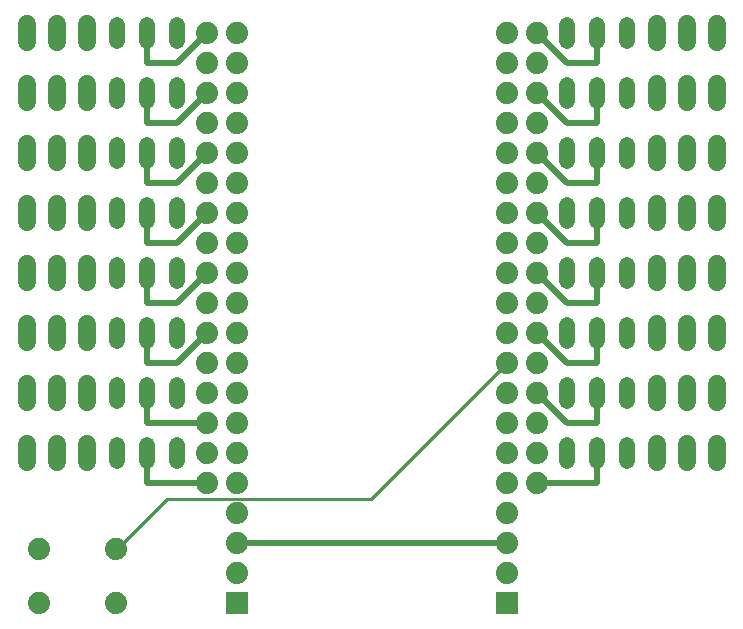
<source format=gbr>
G04 EAGLE Gerber RS-274X export*
G75*
%MOIN*%
%FSLAX34Y34*%
%LPD*%
%INBottom Copper*%
%IPPOS*%
%AMOC8*
5,1,8,0,0,1.08239X$1,22.5*%
G01*
%ADD10R,0.074000X0.074000*%
%ADD11C,0.074000*%
%ADD12C,0.052000*%
%ADD13C,0.060000*%
%ADD14C,0.020000*%
%ADD15C,0.010000*%


D10*
X9000Y1000D03*
D11*
X9000Y2000D03*
X9000Y3000D03*
X9000Y4000D03*
X9000Y5000D03*
X9000Y6000D03*
X9000Y7000D03*
X9000Y8000D03*
X9000Y9000D03*
X9000Y10000D03*
X9000Y11000D03*
X9000Y12000D03*
X9000Y13000D03*
X9000Y14000D03*
X9000Y15000D03*
X9000Y16000D03*
X9000Y17000D03*
X9000Y18000D03*
X9000Y19000D03*
X9000Y20000D03*
D10*
X18000Y1000D03*
D11*
X18000Y2000D03*
X18000Y3000D03*
X18000Y4000D03*
X18000Y5000D03*
X18000Y6000D03*
X18000Y7000D03*
X18000Y8000D03*
X18000Y9000D03*
X18000Y10000D03*
X18000Y11000D03*
X18000Y12000D03*
X18000Y13000D03*
X18000Y14000D03*
X18000Y15000D03*
X18000Y16000D03*
X18000Y17000D03*
X18000Y18000D03*
X18000Y19000D03*
X18000Y20000D03*
D12*
X22000Y12260D02*
X22000Y11740D01*
X20000Y11740D02*
X20000Y12260D01*
X21000Y12260D02*
X21000Y11740D01*
X5000Y17740D02*
X5000Y18260D01*
X7000Y18260D02*
X7000Y17740D01*
X6000Y17740D02*
X6000Y18260D01*
X5000Y16260D02*
X5000Y15740D01*
X7000Y15740D02*
X7000Y16260D01*
X6000Y16260D02*
X6000Y15740D01*
X5000Y14260D02*
X5000Y13740D01*
X7000Y13740D02*
X7000Y14260D01*
X6000Y14260D02*
X6000Y13740D01*
X5000Y12260D02*
X5000Y11740D01*
X7000Y11740D02*
X7000Y12260D01*
X6000Y12260D02*
X6000Y11740D01*
X5000Y10260D02*
X5000Y9740D01*
X7000Y9740D02*
X7000Y10260D01*
X6000Y10260D02*
X6000Y9740D01*
X5000Y8260D02*
X5000Y7740D01*
X7000Y7740D02*
X7000Y8260D01*
X6000Y8260D02*
X6000Y7740D01*
X5000Y6260D02*
X5000Y5740D01*
X7000Y5740D02*
X7000Y6260D01*
X6000Y6260D02*
X6000Y5740D01*
X22000Y13740D02*
X22000Y14260D01*
X20000Y14260D02*
X20000Y13740D01*
X21000Y13740D02*
X21000Y14260D01*
X22000Y15740D02*
X22000Y16260D01*
X20000Y16260D02*
X20000Y15740D01*
X21000Y15740D02*
X21000Y16260D01*
X22000Y17740D02*
X22000Y18260D01*
X20000Y18260D02*
X20000Y17740D01*
X21000Y17740D02*
X21000Y18260D01*
X22000Y19740D02*
X22000Y20260D01*
X20000Y20260D02*
X20000Y19740D01*
X21000Y19740D02*
X21000Y20260D01*
X22000Y10260D02*
X22000Y9740D01*
X20000Y9740D02*
X20000Y10260D01*
X21000Y10260D02*
X21000Y9740D01*
X22000Y8260D02*
X22000Y7740D01*
X20000Y7740D02*
X20000Y8260D01*
X21000Y8260D02*
X21000Y7740D01*
X22000Y6260D02*
X22000Y5740D01*
X20000Y5740D02*
X20000Y6260D01*
X21000Y6260D02*
X21000Y5740D01*
X5000Y19740D02*
X5000Y20260D01*
X7000Y20260D02*
X7000Y19740D01*
X6000Y19740D02*
X6000Y20260D01*
D11*
X8000Y5000D03*
X8000Y6000D03*
X19000Y17000D03*
X19000Y18000D03*
X19000Y15000D03*
X19000Y16000D03*
X19000Y13000D03*
X19000Y14000D03*
X19000Y11000D03*
X19000Y12000D03*
X19000Y9000D03*
X19000Y10000D03*
X19000Y7000D03*
X19000Y8000D03*
X19000Y6000D03*
X19000Y5000D03*
X8000Y7000D03*
X8000Y8000D03*
X8000Y10000D03*
X8000Y9000D03*
X8000Y12000D03*
X8000Y11000D03*
X8000Y14000D03*
X8000Y13000D03*
X8000Y16000D03*
X8000Y15000D03*
X8000Y18000D03*
X8000Y17000D03*
X8000Y20000D03*
X8000Y19000D03*
X19000Y19000D03*
X19000Y20000D03*
D13*
X23000Y19700D02*
X23000Y20300D01*
X24000Y20300D02*
X24000Y19700D01*
X25000Y19700D02*
X25000Y20300D01*
X4000Y8300D02*
X4000Y7700D01*
X3000Y7700D02*
X3000Y8300D01*
X2000Y8300D02*
X2000Y7700D01*
X4000Y9700D02*
X4000Y10300D01*
X3000Y10300D02*
X3000Y9700D01*
X2000Y9700D02*
X2000Y10300D01*
X4000Y11700D02*
X4000Y12300D01*
X3000Y12300D02*
X3000Y11700D01*
X2000Y11700D02*
X2000Y12300D01*
X4000Y13700D02*
X4000Y14300D01*
X3000Y14300D02*
X3000Y13700D01*
X2000Y13700D02*
X2000Y14300D01*
X4000Y15700D02*
X4000Y16300D01*
X3000Y16300D02*
X3000Y15700D01*
X2000Y15700D02*
X2000Y16300D01*
X4000Y17700D02*
X4000Y18300D01*
X3000Y18300D02*
X3000Y17700D01*
X2000Y17700D02*
X2000Y18300D01*
X4000Y19700D02*
X4000Y20300D01*
X3000Y20300D02*
X3000Y19700D01*
X2000Y19700D02*
X2000Y20300D01*
X23000Y18300D02*
X23000Y17700D01*
X24000Y17700D02*
X24000Y18300D01*
X25000Y18300D02*
X25000Y17700D01*
X23000Y16300D02*
X23000Y15700D01*
X24000Y15700D02*
X24000Y16300D01*
X25000Y16300D02*
X25000Y15700D01*
X23000Y14300D02*
X23000Y13700D01*
X24000Y13700D02*
X24000Y14300D01*
X25000Y14300D02*
X25000Y13700D01*
X23000Y12300D02*
X23000Y11700D01*
X24000Y11700D02*
X24000Y12300D01*
X25000Y12300D02*
X25000Y11700D01*
X23000Y10300D02*
X23000Y9700D01*
X24000Y9700D02*
X24000Y10300D01*
X25000Y10300D02*
X25000Y9700D01*
X23000Y8300D02*
X23000Y7700D01*
X24000Y7700D02*
X24000Y8300D01*
X25000Y8300D02*
X25000Y7700D01*
X23000Y6300D02*
X23000Y5700D01*
X24000Y5700D02*
X24000Y6300D01*
X25000Y6300D02*
X25000Y5700D01*
X4000Y5700D02*
X4000Y6300D01*
X3000Y6300D02*
X3000Y5700D01*
X2000Y5700D02*
X2000Y6300D01*
D11*
X4980Y1010D03*
X2420Y1010D03*
X4980Y2790D03*
X2420Y2790D03*
D14*
X19000Y20000D02*
X20000Y19000D01*
X21000Y19000D01*
X21000Y20000D01*
X21000Y6000D02*
X21000Y5000D01*
X19000Y5000D01*
X21000Y7000D02*
X21000Y8000D01*
X21000Y7000D02*
X20000Y7000D01*
X19000Y8000D01*
X21000Y9000D02*
X21000Y10000D01*
X21000Y9000D02*
X20000Y9000D01*
X19000Y10000D01*
X21000Y11000D02*
X21000Y12000D01*
X21000Y11000D02*
X20000Y11000D01*
X19000Y12000D01*
X21000Y13000D02*
X21000Y14000D01*
X21000Y13000D02*
X20000Y13000D01*
X19000Y14000D01*
X21000Y15000D02*
X21000Y16000D01*
X21000Y15000D02*
X20000Y15000D01*
X19000Y16000D01*
X21000Y17000D02*
X21000Y18000D01*
X21000Y17000D02*
X20000Y17000D01*
X19000Y18000D01*
X6000Y8000D02*
X6000Y7000D01*
X8000Y7000D01*
X6000Y6000D02*
X6000Y5000D01*
X8000Y5000D01*
X6000Y9000D02*
X6000Y10000D01*
X6000Y9000D02*
X7000Y9000D01*
X8000Y10000D01*
X7000Y11000D02*
X8000Y12000D01*
X6000Y12000D02*
X6000Y11000D01*
X7000Y11000D01*
X6000Y13000D02*
X6000Y14000D01*
X6000Y13000D02*
X7000Y13000D01*
X8000Y14000D01*
X6000Y15000D02*
X6000Y16000D01*
X6000Y15000D02*
X7000Y15000D01*
X8000Y16000D01*
X7000Y17000D02*
X8000Y18000D01*
X7000Y17000D02*
X6000Y17000D01*
X6000Y18000D01*
X7000Y19000D02*
X8000Y20000D01*
X7000Y19000D02*
X6000Y19000D01*
X6000Y20000D01*
X9000Y3000D02*
X18000Y3000D01*
D15*
X13460Y4460D02*
X18000Y9000D01*
X9219Y4460D02*
X9199Y4480D01*
X6670Y4480D01*
X5095Y2905D01*
X9219Y4460D02*
X13460Y4460D01*
M02*

</source>
